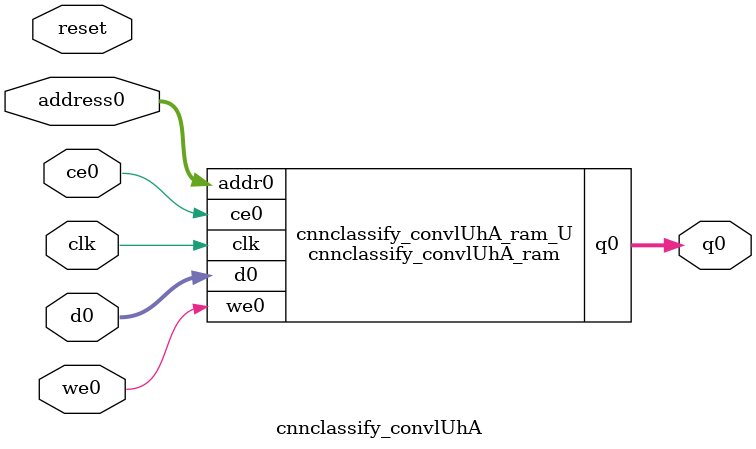
<source format=v>

`timescale 1 ns / 1 ps
module cnnclassify_convlUhA_ram (addr0, ce0, d0, we0, q0,  clk);

parameter DWIDTH = 32;
parameter AWIDTH = 10;
parameter MEM_SIZE = 768;

input[AWIDTH-1:0] addr0;
input ce0;
input[DWIDTH-1:0] d0;
input we0;
output reg[DWIDTH-1:0] q0;
input clk;

(* ram_style = "block" *)reg [DWIDTH-1:0] ram[0:MEM_SIZE-1];




always @(posedge clk)  
begin 
    if (ce0) 
    begin
        if (we0) 
        begin 
            ram[addr0] <= d0; 
            q0 <= d0;
        end 
        else 
            q0 <= ram[addr0];
    end
end


endmodule


`timescale 1 ns / 1 ps
module cnnclassify_convlUhA(
    reset,
    clk,
    address0,
    ce0,
    we0,
    d0,
    q0);

parameter DataWidth = 32'd32;
parameter AddressRange = 32'd768;
parameter AddressWidth = 32'd10;
input reset;
input clk;
input[AddressWidth - 1:0] address0;
input ce0;
input we0;
input[DataWidth - 1:0] d0;
output[DataWidth - 1:0] q0;



cnnclassify_convlUhA_ram cnnclassify_convlUhA_ram_U(
    .clk( clk ),
    .addr0( address0 ),
    .ce0( ce0 ),
    .we0( we0 ),
    .d0( d0 ),
    .q0( q0 ));

endmodule


</source>
